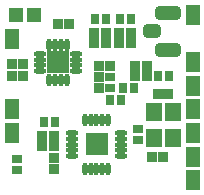
<source format=gts>
%FSTAX25Y25*%
%MOIN*%
%SFA1B1*%

%IPPOS*%
%AMD35*
4,1,8,0.029500,0.023700,-0.029500,0.023700,-0.043400,0.009800,-0.043400,-0.009800,-0.029500,-0.023700,0.029500,-0.023700,0.043400,-0.009800,0.043400,0.009800,0.029500,0.023700,0.0*
1,1,0.027680,0.029500,0.009800*
1,1,0.027680,-0.029500,0.009800*
1,1,0.027680,-0.029500,-0.009800*
1,1,0.027680,0.029500,-0.009800*
%
%AMD36*
4,1,8,0.029600,-0.009800,0.029600,0.009800,0.015700,0.023700,-0.015700,0.023700,-0.029600,0.009800,-0.029600,-0.009800,-0.015700,-0.023700,0.015700,-0.023700,0.029600,-0.009800,0.0*
1,1,0.027680,0.015700,-0.009800*
1,1,0.027680,0.015700,0.009800*
1,1,0.027680,-0.015700,0.009800*
1,1,0.027680,-0.015700,-0.009800*
%
%ADD34R,0.072840X0.072840*%
G04~CAMADD=35~8~0.0~0.0~867.4~473.7~138.4~0.0~15~0.0~0.0~0.0~0.0~0~0.0~0.0~0.0~0.0~0~0.0~0.0~0.0~0.0~867.4~473.7*
%ADD35D35*%
G04~CAMADD=36~8~0.0~0.0~473.7~591.8~138.4~0.0~15~0.0~0.0~0.0~0.0~0~0.0~0.0~0.0~0.0~0~0.0~0.0~0.0~270.0~592.0~474.0*
%ADD36D36*%
%ADD37R,0.032410X0.031620*%
%ADD38R,0.031620X0.032410*%
%ADD39R,0.032410X0.032410*%
%ADD40R,0.053280X0.063120*%
%ADD41R,0.030840X0.032410*%
%ADD42O,0.043430X0.017840*%
%ADD43O,0.017840X0.043430*%
%ADD44R,0.032410X0.032410*%
%ADD45R,0.032410X0.030840*%
%ADD46R,0.072960X0.072960*%
%ADD47O,0.041470X0.019810*%
%ADD48O,0.019810X0.041470*%
%ADD49R,0.045400X0.045400*%
%ADD50R,0.047370X0.067060*%
%LNnrf24_pa_lna_rfm69hw-1*%
%LPD*%
G54D34*
X0129232Y0120374D03*
G54D35*
X0152953Y0151772D03*
X0152855Y0164075D03*
G54D36*
X0147441Y0157972D03*
G54D37*
X0133465Y0142598D03*
Y0138976D03*
G54D38*
X0137953Y0139114D03*
X0141575D03*
X0133524Y0135177D03*
X0137146D03*
X0132126Y0161909D03*
X0128504D03*
X0140295D03*
X0136673D03*
G54D39*
X0149409Y0136909D03*
X0152953D03*
X0150984Y0116142D03*
X0147441D03*
X0133366Y0146398D03*
X0129823D03*
X011624Y0160531D03*
X0119783D03*
X0100787Y0146949D03*
X0104331D03*
X0100787Y014311D03*
X0104331D03*
G54D40*
X0148031Y0131004D03*
Y0122343D03*
X0154331D03*
Y0131004D03*
G54D41*
X0111339Y0127657D03*
X0115039D03*
X0149429Y0142913D03*
X015313D03*
G54D42*
X0120866Y011624D03*
Y0118209D03*
Y0120177D03*
Y0122146D03*
Y0124114D03*
X0137008D03*
Y0122146D03*
Y0120177D03*
Y0118209D03*
Y011624D03*
G54D43*
X0125Y0128248D03*
X0126969D03*
X0128937D03*
X0130905D03*
X0132874D03*
Y0112106D03*
X0130905D03*
X0128937D03*
X0126969D03*
X0125D03*
G54D44*
X0145669Y0142953D03*
Y0146496D03*
X0141831Y0142953D03*
Y0146496D03*
X0129823Y0142559D03*
Y0139016D03*
X0114764Y0119587D03*
Y012313D03*
X0110827Y0119587D03*
Y012313D03*
X0114764Y011565D03*
Y0112106D03*
X0128248Y015748D03*
Y0153937D03*
X0132283Y015748D03*
Y0153937D03*
X0136417Y015748D03*
Y0153937D03*
X0140551Y015748D03*
Y0153937D03*
G54D45*
X0142815Y0121575D03*
Y0125276D03*
X0102362Y0115532D03*
Y0111831D03*
G54D46*
X0116142Y0147539D03*
G54D47*
X0110236Y0144587D03*
Y0146555D03*
Y0148524D03*
Y0150492D03*
X0122047D03*
Y0148524D03*
Y0146555D03*
Y0144587D03*
G54D48*
X0113189Y0153445D03*
X0115157D03*
X0117126D03*
X0119095D03*
Y0141634D03*
X0117126D03*
X0115157D03*
X0113189D03*
G54D49*
X0107988Y0163212D03*
X0102083D03*
G54D50*
X0100787Y0155512D03*
Y013189D03*
Y0124016D03*
X0161024Y0108268D03*
Y0116142D03*
Y0124016D03*
Y013189D03*
Y0139764D03*
Y0147638D03*
Y0163386D03*
M02*
</source>
